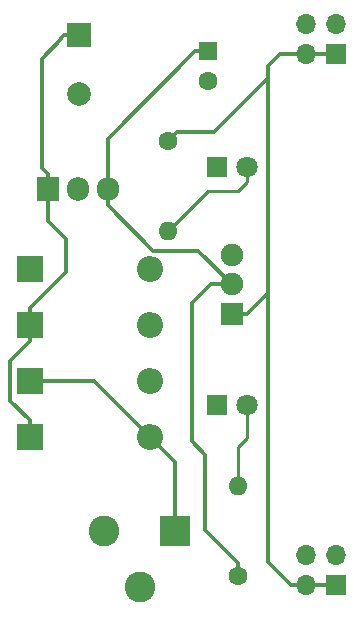
<source format=gtl>
G04 #@! TF.GenerationSoftware,KiCad,Pcbnew,5.0.0-fee4fd1~66~ubuntu18.04.1*
G04 #@! TF.CreationDate,2018-08-15T18:58:20-07:00*
G04 #@! TF.ProjectId,BreadboardPowerSupply_v2,4272656164626F617264506F77657253,2*
G04 #@! TF.SameCoordinates,Original*
G04 #@! TF.FileFunction,Copper,L1,Top,Signal*
G04 #@! TF.FilePolarity,Positive*
%FSLAX46Y46*%
G04 Gerber Fmt 4.6, Leading zero omitted, Abs format (unit mm)*
G04 Created by KiCad (PCBNEW 5.0.0-fee4fd1~66~ubuntu18.04.1) date Wed Aug 15 18:58:20 2018*
%MOMM*%
%LPD*%
G01*
G04 APERTURE LIST*
G04 #@! TA.AperFunction,ComponentPad*
%ADD10R,1.600000X1.600000*%
G04 #@! TD*
G04 #@! TA.AperFunction,ComponentPad*
%ADD11C,1.600000*%
G04 #@! TD*
G04 #@! TA.AperFunction,ComponentPad*
%ADD12R,2.200000X2.200000*%
G04 #@! TD*
G04 #@! TA.AperFunction,ComponentPad*
%ADD13O,2.200000X2.200000*%
G04 #@! TD*
G04 #@! TA.AperFunction,ComponentPad*
%ADD14C,1.800000*%
G04 #@! TD*
G04 #@! TA.AperFunction,ComponentPad*
%ADD15R,1.800000X1.800000*%
G04 #@! TD*
G04 #@! TA.AperFunction,ComponentPad*
%ADD16R,2.600000X2.600000*%
G04 #@! TD*
G04 #@! TA.AperFunction,ComponentPad*
%ADD17C,2.600000*%
G04 #@! TD*
G04 #@! TA.AperFunction,ComponentPad*
%ADD18O,1.700000X1.700000*%
G04 #@! TD*
G04 #@! TA.AperFunction,ComponentPad*
%ADD19R,1.700000X1.700000*%
G04 #@! TD*
G04 #@! TA.AperFunction,ComponentPad*
%ADD20O,1.600000X1.600000*%
G04 #@! TD*
G04 #@! TA.AperFunction,ComponentPad*
%ADD21R,1.900000X1.900000*%
G04 #@! TD*
G04 #@! TA.AperFunction,ComponentPad*
%ADD22C,1.900000*%
G04 #@! TD*
G04 #@! TA.AperFunction,ComponentPad*
%ADD23R,1.905000X2.000000*%
G04 #@! TD*
G04 #@! TA.AperFunction,ComponentPad*
%ADD24O,1.905000X2.000000*%
G04 #@! TD*
G04 #@! TA.AperFunction,ComponentPad*
%ADD25R,2.000000X2.000000*%
G04 #@! TD*
G04 #@! TA.AperFunction,ComponentPad*
%ADD26C,2.000000*%
G04 #@! TD*
G04 #@! TA.AperFunction,Conductor*
%ADD27C,0.300000*%
G04 #@! TD*
G04 #@! TA.AperFunction,Conductor*
%ADD28C,0.250000*%
G04 #@! TD*
G04 APERTURE END LIST*
D10*
G04 #@! TO.P,C2,1*
G04 #@! TO.N,/Vout1*
X54229000Y-112014000D03*
D11*
G04 #@! TO.P,C2,2*
G04 #@! TO.N,/V-*
X54229000Y-114514000D03*
G04 #@! TD*
D12*
G04 #@! TO.P,D1,1*
G04 #@! TO.N,/Vin*
X39116000Y-144653000D03*
D13*
G04 #@! TO.P,D1,2*
G04 #@! TO.N,/V1*
X49276000Y-144653000D03*
G04 #@! TD*
G04 #@! TO.P,D2,2*
G04 #@! TO.N,/V-*
X49276000Y-139911666D03*
D12*
G04 #@! TO.P,D2,1*
G04 #@! TO.N,/V1*
X39116000Y-139911666D03*
G04 #@! TD*
G04 #@! TO.P,D3,1*
G04 #@! TO.N,/Vin*
X39116000Y-135170333D03*
D13*
G04 #@! TO.P,D3,2*
G04 #@! TO.N,/V2*
X49276000Y-135170333D03*
G04 #@! TD*
G04 #@! TO.P,D4,2*
G04 #@! TO.N,/V-*
X49276000Y-130429000D03*
D12*
G04 #@! TO.P,D4,1*
G04 #@! TO.N,/V2*
X39116000Y-130429000D03*
G04 #@! TD*
D14*
G04 #@! TO.P,D5,2*
G04 #@! TO.N,Net-(D5-Pad2)*
X57531000Y-141986000D03*
D15*
G04 #@! TO.P,D5,1*
G04 #@! TO.N,/V-*
X54991000Y-141986000D03*
G04 #@! TD*
G04 #@! TO.P,D6,1*
G04 #@! TO.N,/V-*
X54991000Y-121793000D03*
D14*
G04 #@! TO.P,D6,2*
G04 #@! TO.N,Net-(D6-Pad2)*
X57531000Y-121793000D03*
G04 #@! TD*
D16*
G04 #@! TO.P,J1,1*
G04 #@! TO.N,/V1*
X51435000Y-152654000D03*
D17*
G04 #@! TO.P,J1,2*
G04 #@! TO.N,/V2*
X45435000Y-152654000D03*
G04 #@! TO.P,J1,3*
G04 #@! TO.N,Net-(J1-Pad3)*
X48435000Y-157354000D03*
G04 #@! TD*
D18*
G04 #@! TO.P,J2,4*
G04 #@! TO.N,/V-*
X62484000Y-154686000D03*
G04 #@! TO.P,J2,3*
X65024000Y-154686000D03*
G04 #@! TO.P,J2,2*
G04 #@! TO.N,/Vout2*
X62484000Y-157226000D03*
D19*
G04 #@! TO.P,J2,1*
X65024000Y-157226000D03*
G04 #@! TD*
G04 #@! TO.P,J3,1*
G04 #@! TO.N,/Vout2*
X65024000Y-112268000D03*
D18*
G04 #@! TO.P,J3,2*
X62484000Y-112268000D03*
G04 #@! TO.P,J3,3*
G04 #@! TO.N,/V-*
X65024000Y-109728000D03*
G04 #@! TO.P,J3,4*
X62484000Y-109728000D03*
G04 #@! TD*
D11*
G04 #@! TO.P,R1,1*
G04 #@! TO.N,/Vout1*
X56769000Y-156464000D03*
D20*
G04 #@! TO.P,R1,2*
G04 #@! TO.N,Net-(D5-Pad2)*
X56769000Y-148844000D03*
G04 #@! TD*
G04 #@! TO.P,R2,2*
G04 #@! TO.N,Net-(D6-Pad2)*
X50800000Y-127254000D03*
D11*
G04 #@! TO.P,R2,1*
G04 #@! TO.N,/Vout2*
X50800000Y-119634000D03*
G04 #@! TD*
D21*
G04 #@! TO.P,SW1,1*
G04 #@! TO.N,/Vout2*
X56261000Y-134239000D03*
D22*
G04 #@! TO.P,SW1,2*
G04 #@! TO.N,/Vout1*
X56261000Y-131739000D03*
G04 #@! TO.P,SW1,3*
G04 #@! TO.N,Net-(SW1-Pad3)*
X56261000Y-129239000D03*
G04 #@! TD*
D23*
G04 #@! TO.P,U1,1*
G04 #@! TO.N,/Vin*
X40640000Y-123698000D03*
D24*
G04 #@! TO.P,U1,2*
G04 #@! TO.N,/V-*
X43180000Y-123698000D03*
G04 #@! TO.P,U1,3*
G04 #@! TO.N,/Vout1*
X45720000Y-123698000D03*
G04 #@! TD*
D25*
G04 #@! TO.P,C1,1*
G04 #@! TO.N,/Vin*
X43307000Y-110617000D03*
D26*
G04 #@! TO.P,C1,2*
G04 #@! TO.N,/V-*
X43307000Y-115617000D03*
G04 #@! TD*
D27*
G04 #@! TO.N,/Vin*
X37482010Y-141619010D02*
X39116000Y-143253000D01*
X37482010Y-138204323D02*
X37482010Y-141619010D01*
X39116000Y-136570333D02*
X37482010Y-138204323D01*
X39116000Y-143253000D02*
X39116000Y-144653000D01*
X39116000Y-135170333D02*
X39116000Y-136570333D01*
X39116000Y-133770333D02*
X42164000Y-130722333D01*
X39116000Y-135170333D02*
X39116000Y-133770333D01*
X42164000Y-130722333D02*
X42164000Y-127889000D01*
X40640000Y-126365000D02*
X40640000Y-123698000D01*
X42164000Y-127889000D02*
X40640000Y-126365000D01*
X42007000Y-110617000D02*
X43307000Y-110617000D01*
X40132000Y-112649000D02*
X41783000Y-110998000D01*
X40640000Y-122398000D02*
X40132000Y-121890000D01*
X40640000Y-123698000D02*
X40640000Y-122398000D01*
X40132000Y-121890000D02*
X40132000Y-112649000D01*
X41783000Y-110841000D02*
X42007000Y-110617000D01*
X41783000Y-110998000D02*
X41783000Y-110841000D01*
D28*
G04 #@! TO.N,Net-(D5-Pad2)*
X56769000Y-148844000D02*
X56769000Y-145542000D01*
X57531000Y-144780000D02*
X57531000Y-141986000D01*
X56769000Y-145542000D02*
X57531000Y-144780000D01*
G04 #@! TO.N,Net-(D6-Pad2)*
X57531000Y-123065792D02*
X56769000Y-123827792D01*
X57531000Y-121793000D02*
X57531000Y-123065792D01*
X54226208Y-123827792D02*
X50800000Y-127254000D01*
X56769000Y-123827792D02*
X54226208Y-123827792D01*
D27*
G04 #@! TO.N,/V1*
X51435000Y-146812000D02*
X49276000Y-144653000D01*
X51435000Y-152654000D02*
X51435000Y-146812000D01*
X44534666Y-139911666D02*
X39116000Y-139911666D01*
X49276000Y-144653000D02*
X44534666Y-139911666D01*
G04 #@! TO.N,/Vout2*
X51599999Y-118834001D02*
X54774999Y-118834001D01*
X50800000Y-119634000D02*
X51599999Y-118834001D01*
X54774999Y-118834001D02*
X59309000Y-114300000D01*
X59309000Y-114300000D02*
X59309000Y-113284000D01*
X60325000Y-112268000D02*
X62484000Y-112268000D01*
X59309000Y-113284000D02*
X60325000Y-112268000D01*
X62484000Y-112268000D02*
X65024000Y-112268000D01*
X59309000Y-132441000D02*
X59309000Y-114300000D01*
X57511000Y-134239000D02*
X59309000Y-132441000D01*
X56261000Y-134239000D02*
X57511000Y-134239000D01*
X59309000Y-155253081D02*
X59309000Y-132441000D01*
X61281919Y-157226000D02*
X59309000Y-155253081D01*
X62484000Y-157226000D02*
X61281919Y-157226000D01*
X65024000Y-157226000D02*
X62484000Y-157226000D01*
G04 #@! TO.N,/Vout1*
X45720000Y-122398000D02*
X45720000Y-123698000D01*
X45720000Y-119423000D02*
X45720000Y-122398000D01*
X53129000Y-112014000D02*
X45720000Y-119423000D01*
X54229000Y-112014000D02*
X53129000Y-112014000D01*
X45720000Y-124998000D02*
X45720000Y-123698000D01*
X49600999Y-128878999D02*
X45720000Y-124998000D01*
X53400999Y-128878999D02*
X49600999Y-128878999D01*
X56261000Y-131739000D02*
X53400999Y-128878999D01*
X56769000Y-155332630D02*
X53975000Y-152538630D01*
X56769000Y-156464000D02*
X56769000Y-155332630D01*
X53975000Y-152538630D02*
X53975000Y-146177000D01*
X53975000Y-146177000D02*
X52832000Y-145034000D01*
X52832000Y-145034000D02*
X52832000Y-133350000D01*
X54443000Y-131739000D02*
X56261000Y-131739000D01*
X52832000Y-133350000D02*
X54443000Y-131739000D01*
G04 #@! TD*
M02*

</source>
